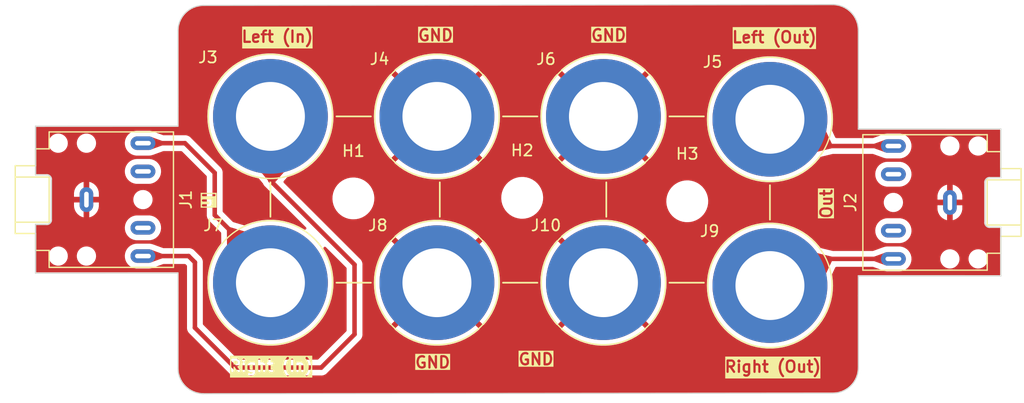
<source format=kicad_pcb>
(kicad_pcb (version 20221018) (generator pcbnew)
  (layers (0 "F.Cu" signal) (31 "B.Cu" signal) (34 "B.Paste" user) (35 "F.Paste" user) (36 "B.SilkS" user "B.Silkscreen") (37 "F.SilkS" user "F.Silkscreen") (38 "B.Mask" user) (39 "F.Mask" user) (44 "Edge.Cuts" user))
  (net 0 "")
  (net 1 "/in_right")
  (net 2 "GND")
  (net 3 "/in_left")
  (net 4 "/out_right")
  (net 5 "/out_left")
  (footprint "Connector:Banana_Jack_1Pin" (layer "F.Cu") (at 93.472 59.182)
    (fp_text reference "J9" (at -5.334 -4.826) (layer "F.SilkS"))
    (fp_text value "Conn_01x01")
    (fp_circle (center 0 0) (end 5.5 0) (stroke (width 0.12)) (fill none) (layer "F.SilkS"))
    (pad "1" thru_hole circle (at 0 0) (size 10.16 10.16) (drill 6.1) (layers "*.Cu" "*.Mask") (net 4 "/out_right"))
  )
  (footprint "Connector:Banana_Jack_1Pin" (layer "F.Cu") (at 49.276 44.196)
    (fp_text reference "J3" (at -5.53 -5.23) (layer "F.SilkS"))
    (fp_text value "Conn_01x01")
    (fp_circle (center 0 0) (end 5.5 0) (stroke (width 0.12)) (fill none) (layer "F.SilkS"))
    (pad "1" thru_hole circle (at 0 0) (size 10.16 10.16) (drill 6.1) (layers "*.Cu" "*.Mask") (net 3 "/in_left"))
  )
  (footprint "Connector_Audio:Jack_3.5mm_CUI_SJ1-3525N_Horizontal" (layer "F.Cu") (at 32.9967 51.5682 -90)
    (fp_text reference "J1" (at 0 -8.8 90) (layer "F.SilkS"))
    (fp_text value "AudioJack3")
    (fp_line (start -6 -7.7) (end 6 -7.7) (stroke (width 0.12)) (layer "F.SilkS"))
    (fp_line (start -6 3.3) (end -6 -7.7) (stroke (width 0.12)) (layer "F.SilkS"))
    (fp_line (start -4.5 3.3) (end -6 3.3) (stroke (width 0.12)) (layer "F.SilkS"))
    (fp_line (start -4.5 4.5) (end -4.5 3.3) (stroke (width 0.12)) (layer "F.SilkS"))
    (fp_line (start -3 4.5) (end -4.5 4.5) (stroke (width 0.12)) (layer "F.SilkS"))
    (fp_line (start -3 6.3) (end -3 4.5) (stroke (width 0.12)) (layer "F.SilkS"))
    (fp_line (start -2 3.3) (end -2 6.3) (stroke (width 0.12)) (layer "F.SilkS"))
    (fp_line (start 2 3.3) (end -2 3.3) (stroke (width 0.12)) (layer "F.SilkS"))
    (fp_line (start 2 6.3) (end 2 3.3) (stroke (width 0.12)) (layer "F.SilkS"))
    (fp_line (start 3 4.5) (end 3 6.3) (stroke (width 0.12)) (layer "F.SilkS"))
    (fp_line (start 3 6.3) (end -3 6.3) (stroke (width 0.12)) (layer "F.SilkS"))
    (fp_line (start 4.5 3.3) (end 4.5 4.5) (stroke (width 0.12)) (layer "F.SilkS"))
    (fp_line (start 4.5 4.5) (end 3 4.5) (stroke (width 0.12)) (layer "F.SilkS"))
    (fp_line (start 6 -7.7) (end 6 3.3) (stroke (width 0.12)) (layer "F.SilkS"))
    (fp_line (start 6 3.3) (end 4.5 3.3) (stroke (width 0.12)) (layer "F.SilkS"))
    (fp_line (start -2.2 3.5) (end -2.2 4.5) (stroke (width 0.12)) (layer "Edge.Cuts"))
    (fp_line (start -2.2 4.5) (end -6.5 4.5) (stroke (width 0.12)) (layer "Edge.Cuts"))
    (fp_line (start 1.8 3.1) (end -1.8 3.1) (stroke (width 0.12)) (layer "Edge.Cuts"))
    (fp_line (start 2.2 3.5) (end 2.2 4.5) (stroke (width 0.12)) (layer "Edge.Cuts"))
    (fp_line (start 2.2 4.5) (end 6.5 4.5) (stroke (width 0.12)) (layer "Edge.Cuts"))
    (fp_arc (start -2.2 3.5) (mid -2.082842 3.217158) (end -1.8 3.1) (stroke (width 0.12)) (layer "Edge.Cuts"))
    (fp_arc (start 1.8 3.1) (mid 2.082843 3.217157) (end 2.2 3.5) (stroke (width 0.12)) (layer "Edge.Cuts"))
    (pad "" np_thru_hole circle (at -5 0 270) (size 1.2 1.2) (drill 1.2) (layers "*.Cu"))
    (pad "" np_thru_hole circle (at -5 2.5 270) (size 1.2 1.2) (drill 1.2) (layers "*.Cu"))
    (pad "" np_thru_hole circle (at 0 -5 270) (size 1.2 1.2) (drill 1.2) (layers "*.Cu"))
    (pad "" np_thru_hole circle (at 5 0 270) (size 1.2 1.2) (drill 1.2) (layers "*.Cu"))
    (pad "" np_thru_hole circle (at 5 2.5 270) (size 1.2 1.2) (drill 1.2) (layers "*.Cu"))
    (pad "R" thru_hole oval (at -5 -5 270) (size 1.2 2.2) (drill oval 0.4 1.4) (layers "*.Cu" "*.Mask") (net 1 "/in_right"))
    (pad "RN" thru_hole oval (at -2.5 -5 270) (size 1.2 2.2) (drill oval 0.4 1.4) (layers "*.Cu" "*.Mask"))
    (pad "S" thru_hole oval (at 0 0 270) (size 2.2 1.2) (drill oval 1.4 0.4) (layers "*.Cu" "*.Mask") (net 2 "GND"))
    (pad "T" thru_hole oval (at 5 -5 90) (size 1.2 2.2) (drill oval 0.4 1.4) (layers "*.Cu" "*.Mask") (net 3 "/in_left"))
    (pad "TN" thru_hole oval (at 2.5 -5 90) (size 1.2 2.2) (drill oval 0.4 1.4) (layers "*.Cu" "*.Mask"))
  )
  (footprint "Connector:Banana_Jack_1Pin" (layer "F.Cu") (at 93.472 44.45)
    (fp_text reference "J5" (at -5.08 -5.08) (layer "F.SilkS"))
    (fp_text value "Conn_01x01")
    (fp_circle (center 0 0) (end 5.5 0) (stroke (width 0.12)) (fill none) (layer "F.SilkS"))
    (pad "1" thru_hole circle (at 0 0) (size 10.16 10.16) (drill 6.1) (layers "*.Cu" "*.Mask") (net 5 "/out_left"))
  )
  (footprint "MountingHole:MountingHole_3.2mm_M3" (layer "F.Cu") (at 56.6166 51.4604)
    (fp_text reference "H1" (at 0 -4.2) (layer "F.SilkS"))
    (fp_text value "MountingHole")
    (pad "" np_thru_hole circle (at 0 0) (size 3.2 3.2) (drill 3.2) (layers "*.Cu" "*.Mask"))
  )
  (footprint "MountingHole:MountingHole_3.2mm_M3" (layer "F.Cu") (at 71.5518 51.4096)
    (fp_text reference "H2" (at 0 -4.2) (layer "F.SilkS"))
    (fp_text value "MountingHole")
    (pad "" np_thru_hole circle (at 0 0) (size 3.2 3.2) (drill 3.2) (layers "*.Cu" "*.Mask"))
  )
  (footprint "Connector:Banana_Jack_1Pin" (layer "F.Cu") (at 64.008 58.928)
    (fp_text reference "J8" (at -5.23 -5.08) (layer "F.SilkS"))
    (fp_text value "Conn_01x01")
    (fp_circle (center 0 0) (end 5.5 0) (stroke (width 0.12)) (fill none) (layer "F.SilkS"))
    (pad "1" thru_hole circle (at 0 0) (size 10.16 10.16) (drill 6.1) (layers "*.Cu" "*.Mask") (net 2 "GND"))
  )
  (footprint "Connector:Banana_Jack_1Pin" (layer "F.Cu") (at 64.008 44.196)
    (fp_text reference "J4" (at -5.08 -5.08) (layer "F.SilkS"))
    (fp_text value "Conn_01x01")
    (fp_circle (center 0 0) (end 5.5 0) (stroke (width 0.12)) (fill none) (layer "F.SilkS"))
    (pad "1" thru_hole circle (at 0 0) (size 10.16 10.16) (drill 6.1) (layers "*.Cu" "*.Mask") (net 2 "GND"))
  )
  (footprint "Connector:Banana_Jack_1Pin" (layer "F.Cu") (at 49.276 58.928)
    (fp_text reference "J7" (at -5.08 -5.08) (layer "F.SilkS"))
    (fp_text value "Conn_01x01")
    (fp_circle (center 0 0) (end 5.5 0) (stroke (width 0.12)) (fill none) (layer "F.SilkS"))
    (pad "1" thru_hole circle (at 0 0) (size 10.16 10.16) (drill 6.1) (layers "*.Cu" "*.Mask") (net 1 "/in_right"))
  )
  (footprint "MountingHole:MountingHole_3.2mm_M3" (layer "F.Cu") (at 86.1568 51.7144)
    (fp_text reference "H3" (at 0 -4.2) (layer "F.SilkS"))
    (fp_text value "MountingHole")
    (pad "" np_thru_hole circle (at 0 0) (size 3.2 3.2) (drill 3.2) (layers "*.Cu" "*.Mask"))
  )
  (footprint "Connector_Audio:Jack_3.5mm_CUI_SJ1-3525N_Horizontal" (layer "F.Cu") (at 109.394 51.8184 90)
    (fp_text reference "J2" (at 0 -8.8 90) (layer "F.SilkS"))
    (fp_text value "AudioJack3")
    (fp_line (start -6 -7.7) (end 6 -7.7) (stroke (width 0.12)) (layer "F.SilkS"))
    (fp_line (start -6 3.3) (end -6 -7.7) (stroke (width 0.12)) (layer "F.SilkS"))
    (fp_line (start -4.5 3.3) (end -6 3.3) (stroke (width 0.12)) (layer "F.SilkS"))
    (fp_line (start -4.5 4.5) (end -4.5 3.3) (stroke (width 0.12)) (layer "F.SilkS"))
    (fp_line (start -3 4.5) (end -4.5 4.5) (stroke (width 0.12)) (layer "F.SilkS"))
    (fp_line (start -3 6.3) (end -3 4.5) (stroke (width 0.12)) (layer "F.SilkS"))
    (fp_line (start -2 3.3) (end -2 6.3) (stroke (width 0.12)) (layer "F.SilkS"))
    (fp_line (start 2 3.3) (end -2 3.3) (stroke (width 0.12)) (layer "F.SilkS"))
    (fp_line (start 2 6.3) (end 2 3.3) (stroke (width 0.12)) (layer "F.SilkS"))
    (fp_line (start 3 4.5) (end 3 6.3) (stroke (width 0.12)) (layer "F.SilkS"))
    (fp_line (start 3 6.3) (end -3 6.3) (stroke (width 0.12)) (layer "F.SilkS"))
    (fp_line (start 4.5 3.3) (end 4.5 4.5) (stroke (width 0.12)) (layer "F.SilkS"))
    (fp_line (start 4.5 4.5) (end 3 4.5) (stroke (width 0.12)) (layer "F.SilkS"))
    (fp_line (start 6 -7.7) (end 6 3.3) (stroke (width 0.12)) (layer "F.SilkS"))
    (fp_line (start 6 3.3) (end 4.5 3.3) (stroke (width 0.12)) (layer "F.SilkS"))
    (fp_line (start -2.2 3.5) (end -2.2 4.5) (stroke (width 0.12)) (layer "Edge.Cuts"))
    (fp_line (start -2.2 4.5) (end -6.5 4.5) (stroke (width 0.12)) (layer "Edge.Cuts"))
    (fp_line (start 1.8 3.1) (end -1.8 3.1) (stroke (width 0.12)) (layer "Edge.Cuts"))
    (fp_line (start 2.2 3.5) (end 2.2 4.5) (stroke (width 0.12)) (layer "Edge.Cuts"))
    (fp_line (start 2.2 4.5) (end 6.5 4.5) (stroke (width 0.12)) (layer "Edge.Cuts"))
    (fp_arc (start -2.2 3.5) (mid -2.082842 3.217158) (end -1.8 3.1) (stroke (width 0.12)) (layer "Edge.Cuts"))
    (fp_arc (start 1.8 3.1) (mid 2.082843 3.217157) (end 2.2 3.5) (stroke (width 0.12)) (layer "Edge.Cuts"))
    (pad "" np_thru_hole circle (at -5 0 90) (size 1.2 1.2) (drill 1.2) (layers "*.Cu"))
    (pad "" np_thru_hole circle (at -5 2.5 90) (size 1.2 1.2) (drill 1.2) (layers "*.Cu"))
    (pad "" np_thru_hole circle (at 0 -5 90) (size 1.2 1.2) (drill 1.2) (layers "*.Cu"))
    (pad "" np_thru_hole circle (at 5 0 90) (size 1.2 1.2) (drill 1.2) (layers "*.Cu"))
    (pad "" np_thru_hole circle (at 5 2.5 90) (size 1.2 1.2) (drill 1.2) (layers "*.Cu"))
    (pad "R" thru_hole oval (at -5 -5 90) (size 1.2 2.2) (drill oval 0.4 1.4) (layers "*.Cu" "*.Mask") (net 4 "/out_right"))
    (pad "RN" thru_hole oval (at -2.5 -5 90) (size 1.2 2.2) (drill oval 0.4 1.4) (layers "*.Cu" "*.Mask"))
    (pad "S" thru_hole oval (at 0 0 90) (size 2.2 1.2) (drill oval 1.4 0.4) (layers "*.Cu" "*.Mask") (net 2 "GND"))
    (pad "T" thru_hole oval (at 5 -5 270) (size 1.2 2.2) (drill oval 0.4 1.4) (layers "*.Cu" "*.Mask") (net 5 "/out_left"))
    (pad "TN" thru_hole oval (at 2.5 -5 270) (size 1.2 2.2) (drill oval 0.4 1.4) (layers "*.Cu" "*.Mask"))
  )
  (footprint "Connector:Banana_Jack_1Pin" (layer "F.Cu") (at 78.74 44.196)
    (fp_text reference "J6" (at -5.08 -5.08) (layer "F.SilkS"))
    (fp_text value "Conn_01x01")
    (fp_circle (center 0 0) (end 5.5 0) (stroke (width 0.12)) (fill none) (layer "F.SilkS"))
    (pad "1" thru_hole circle (at 0 0) (size 10.16 10.16) (drill 6.1) (layers "*.Cu" "*.Mask") (net 2 "GND"))
  )
  (footprint "Connector:Banana_Jack_1Pin" (layer "F.Cu") (at 78.74 58.928)
    (fp_text reference "J10" (at -5.08 -5.08) (layer "F.SilkS"))
    (fp_text value "Conn_01x01")
    (fp_circle (center 0 0) (end 5.5 0) (stroke (width 0.12)) (fill none) (layer "F.SilkS"))
    (pad "1" thru_hole circle (at 0 0) (size 10.16 10.16) (drill 6.1) (layers "*.Cu" "*.Mask") (net 2 "GND"))
  )
  (gr_line (start 64.262 53.086) (end 64.262 50.038) (stroke (width 0.15)) (layer "F.SilkS"))
  (gr_line (start 72.898 44.196) (end 69.85 44.196) (stroke (width 0.15)) (layer "F.SilkS"))
  (gr_line (start 49.276 53.086) (end 49.276 50.038) (stroke (width 0.15)) (layer "F.SilkS"))
  (gr_line (start 58.166 58.928) (end 55.118 58.928) (stroke (width 0.15)) (layer "F.SilkS"))
  (gr_line (start 58.166 44.196) (end 55.118 44.196) (stroke (width 0.15)) (layer "F.SilkS"))
  (gr_line (start 87.63 44.196) (end 84.582 44.196) (stroke (width 0.15)) (layer "F.SilkS"))
  (gr_line (start 72.898 58.928) (end 69.85 58.928) (stroke (width 0.15)) (layer "F.SilkS"))
  (gr_line (start 87.63 58.928) (end 84.582 58.928) (stroke (width 0.15)) (layer "F.SilkS"))
  (gr_line (start 93.472 53.34) (end 93.472 50.292) (stroke (width 0.15)) (layer "F.SilkS"))
  (gr_line (start 78.994 53.086) (end 78.994 50.038) (stroke (width 0.15)) (layer "F.SilkS"))
  (gr_line (start 101.2952 60.0686) (end 101.2952 66.4972) (stroke (width 0.1)) (layer "Edge.Cuts"))
  (gr_line (start 41.0993 58.062) (end 41.0993 59.8146) (stroke (width 0.1)) (layer "Edge.Cuts"))
  (gr_line (start 41.0993 43.3094) (end 41.097201 36.57657) (stroke (width 0.1)) (layer "Edge.Cuts"))
  (gr_line (start 113.894 58.3184) (end 101.2952 58.316) (stroke (width 0.12)) (layer "Edge.Cuts"))
  (gr_line (start 28.4967 45.0682) (end 41.0993 45.062) (stroke (width 0.12)) (layer "Edge.Cuts"))
  (gr_line (start 101.2952 58.316) (end 101.2952 60.0686) (stroke (width 0.1)) (layer "Edge.Cuts"))
  (gr_line (start 41.0993 59.8146) (end 41.0972 66.4972) (stroke (width 0.1)) (layer "Edge.Cuts"))
  (gr_line (start 101.2952 45.316) (end 101.2952 43.5634) (stroke (width 0.1)) (layer "Edge.Cuts"))
  (gr_line (start 41.0993 45.062) (end 41.0993 43.3094) (stroke (width 0.1)) (layer "Edge.Cuts"))
  (gr_arc (start 41.097201 36.57657) (mid 41.776974 35.010621) (end 43.3578 34.3662) (stroke (width 0.1)) (layer "Edge.Cuts"))
  (gr_line (start 28.4967 58.0682) (end 41.0993 58.062) (stroke (width 0.12)) (layer "Edge.Cuts"))
  (gr_line (start 113.894 45.3184) (end 101.2952 45.316) (stroke (width 0.12)) (layer "Edge.Cuts"))
  (gr_arc (start 101.2952 66.4972) (mid 100.615427 68.063149) (end 99.034601 68.70757) (stroke (width 0.1)) (layer "Edge.Cuts"))
  (gr_line (start 101.2952 43.5634) (end 101.2952 36.576) (stroke (width 0.1)) (layer "Edge.Cuts"))
  (gr_arc (start 43.30757 68.757799) (mid 41.741621 68.078026) (end 41.0972 66.4972) (stroke (width 0.1)) (layer "Edge.Cuts"))
  (gr_line (start 43.30757 68.757799) (end 99.034601 68.70757) (stroke (width 0.1)) (layer "Edge.Cuts"))
  (gr_line (start 43.3578 34.3662) (end 99.0092 34.29) (stroke (width 0.1)) (layer "Edge.Cuts"))
  (gr_arc (start 99.0092 34.29) (mid 100.625646 34.959554) (end 101.2952 36.576) (stroke (width 0.1)) (layer "Edge.Cuts"))
  (gr_text "Right (In)" (at 45.540286 66.8782) (layer "F.SilkS" knockout) (effects (font (size 1 1) (thickness 0.2) bold) (justify left bottom)))
  (gr_text "GND" (at 77.5462 37.592) (layer "F.SilkS" knockout) (effects (font (size 1 1) (thickness 0.2) bold) (justify left bottom)))
  (gr_text "Left (Out)" (at 90.0176 37.7698) (layer "F.SilkS" knockout) (effects (font (size 1 1) (thickness 0.2) bold) (justify left bottom)))
  (gr_text "GND" (at 62.23 37.592) (layer "F.SilkS" knockout) (effects (font (size 1 1) (thickness 0.2) bold) (justify left bottom)))
  (gr_text "Out" (at 99.06 53.34 90) (layer "F.SilkS" knockout) (effects (font (size 1 1) (thickness 0.2) bold) (justify left bottom)))
  (gr_text "GND" (at 61.976 66.5734) (layer "F.SilkS" knockout) (effects (font (size 1 1) (thickness 0.2) bold) (justify left bottom)))
  (gr_text "Right (Out)" (at 89.3572 66.9544) (layer "F.SilkS" knockout) (effects (font (size 1 1) (thickness 0.2) bold) (justify left bottom)))
  (gr_text "Left (In)" (at 46.6162 37.7214) (layer "F.SilkS" knockout) (effects (font (size 1 1) (thickness 0.2) bold) (justify left bottom)))
  (gr_text "In" (at 43.18 50.8 270) (layer "F.SilkS" knockout) (effects (font (size 1 1) (thickness 0.2) bold) (justify left bottom)))
  (gr_text "GND" (at 71.12 66.294) (layer "F.SilkS" knockout) (effects (font (size 1 1) (thickness 0.2) bold) (justify left bottom)))
  (segment (start 44.3484 49.1998) (end 44.3484 52.9336) (width 0.4) (layer "F.Cu") (net 1))
  (segment (start 37.9967 46.5682) (end 41.7168 46.5682) (width 0.4) (layer "F.Cu") (net 1))
  (segment (start 49.276 57.8612) (end 49.276 58.928) (width 0.4) (layer "F.Cu") (net 1))
  (segment (start 41.7168 46.5682) (end 44.3484 49.1998) (width 0.4) (layer "F.Cu") (net 1))
  (segment (start 44.3484 52.9336) (end 49.276 57.8612) (width 0.4) (layer "F.Cu") (net 1))
  (segment (start 46.1264 66.4464) (end 53.7718 66.4464) (width 0.4) (layer "F.Cu") (net 3))
  (segment (start 49.276 49.8856) (end 49.276 44.196) (width 0.4) (layer "F.Cu") (net 3))
  (segment (start 42.5958 62.9158) (end 46.1264 66.4464) (width 0.4) (layer "F.Cu") (net 3))
  (segment (start 53.7718 66.4464) (end 56.7182 63.5) (width 0.4) (layer "F.Cu") (net 3))
  (segment (start 42.5958 57.1246) (end 42.5958 62.9158) (width 0.4) (layer "F.Cu") (net 3))
  (segment (start 56.7182 57.3278) (end 49.276 49.8856) (width 0.4) (layer "F.Cu") (net 3))
  (segment (start 42.0394 56.5682) (end 42.5958 57.1246) (width 0.4) (layer "F.Cu") (net 3))
  (segment (start 56.7182 63.5) (end 56.7182 57.3278) (width 0.4) (layer "F.Cu") (net 3))
  (segment (start 37.9967 56.5682) (end 42.0394 56.5682) (width 0.4) (layer "F.Cu") (net 3))
  (segment (start 104.394 56.8184) (end 95.8356 56.8184) (width 0.4) (layer "F.Cu") (net 4))
  (segment (start 95.8356 56.8184) (end 93.472 59.182) (width 0.4) (layer "F.Cu") (net 4))
  (segment (start 104.394 46.8184) (end 95.8404 46.8184) (width 0.4) (layer "F.Cu") (net 5))
  (segment (start 95.8404 46.8184) (end 93.472 44.45) (width 0.4) (layer "F.Cu") (net 5))
  (zone (net 2) (net_name "GND") (layer "F.Cu") (connect_pads (clearance 0.5)) (min_thickness 0.25) (fill yes (thermal_gap 0.5) (thermal_bridge_width 0.5))
    (polygon (pts (xy 25.527 33.8836) (xy 114.427 33.8836) (xy 114.2492 69.596) (xy 25.3492 69.596)))
  )
)
</source>
